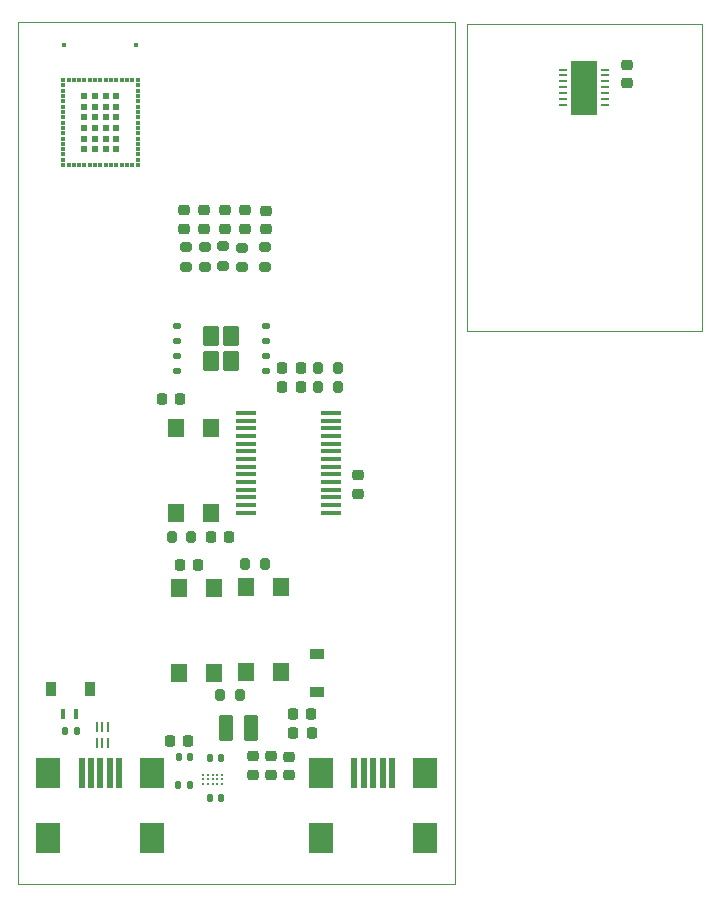
<source format=gbr>
%TF.GenerationSoftware,KiCad,Pcbnew,6.0.10-86aedd382b~118~ubuntu22.04.1*%
%TF.CreationDate,2023-02-06T10:04:37-03:00*%
%TF.ProjectId,MB_V2,4d425f56-322e-46b6-9963-61645f706362,1*%
%TF.SameCoordinates,Original*%
%TF.FileFunction,Paste,Top*%
%TF.FilePolarity,Positive*%
%FSLAX46Y46*%
G04 Gerber Fmt 4.6, Leading zero omitted, Abs format (unit mm)*
G04 Created by KiCad (PCBNEW 6.0.10-86aedd382b~118~ubuntu22.04.1) date 2023-02-06 10:04:37*
%MOMM*%
%LPD*%
G01*
G04 APERTURE LIST*
G04 Aperture macros list*
%AMRoundRect*
0 Rectangle with rounded corners*
0 $1 Rounding radius*
0 $2 $3 $4 $5 $6 $7 $8 $9 X,Y pos of 4 corners*
0 Add a 4 corners polygon primitive as box body*
4,1,4,$2,$3,$4,$5,$6,$7,$8,$9,$2,$3,0*
0 Add four circle primitives for the rounded corners*
1,1,$1+$1,$2,$3*
1,1,$1+$1,$4,$5*
1,1,$1+$1,$6,$7*
1,1,$1+$1,$8,$9*
0 Add four rect primitives between the rounded corners*
20,1,$1+$1,$2,$3,$4,$5,0*
20,1,$1+$1,$4,$5,$6,$7,0*
20,1,$1+$1,$6,$7,$8,$9,0*
20,1,$1+$1,$8,$9,$2,$3,0*%
G04 Aperture macros list end*
%TA.AperFunction,Profile*%
%ADD10C,0.100000*%
%TD*%
%ADD11R,1.400000X1.600000*%
%ADD12R,0.500000X2.500000*%
%ADD13R,2.000000X2.500000*%
%ADD14R,1.750000X0.450000*%
%ADD15RoundRect,0.218750X0.256250X-0.218750X0.256250X0.218750X-0.256250X0.218750X-0.256250X-0.218750X0*%
%ADD16RoundRect,0.140000X-0.140000X-0.170000X0.140000X-0.170000X0.140000X0.170000X-0.140000X0.170000X0*%
%ADD17RoundRect,0.225000X-0.250000X0.225000X-0.250000X-0.225000X0.250000X-0.225000X0.250000X0.225000X0*%
%ADD18RoundRect,0.200000X0.200000X0.275000X-0.200000X0.275000X-0.200000X-0.275000X0.200000X-0.275000X0*%
%ADD19RoundRect,0.200000X-0.275000X0.200000X-0.275000X-0.200000X0.275000X-0.200000X0.275000X0.200000X0*%
%ADD20RoundRect,0.140000X0.140000X0.170000X-0.140000X0.170000X-0.140000X-0.170000X0.140000X-0.170000X0*%
%ADD21RoundRect,0.225000X0.225000X0.250000X-0.225000X0.250000X-0.225000X-0.250000X0.225000X-0.250000X0*%
%ADD22R,0.900000X1.200000*%
%ADD23RoundRect,0.250000X-0.375000X-0.850000X0.375000X-0.850000X0.375000X0.850000X-0.375000X0.850000X0*%
%ADD24C,0.254000*%
%ADD25RoundRect,0.225000X-0.225000X-0.250000X0.225000X-0.250000X0.225000X0.250000X-0.225000X0.250000X0*%
%ADD26RoundRect,0.218750X0.218750X0.256250X-0.218750X0.256250X-0.218750X-0.256250X0.218750X-0.256250X0*%
%ADD27RoundRect,0.200000X-0.200000X-0.275000X0.200000X-0.275000X0.200000X0.275000X-0.200000X0.275000X0*%
%ADD28R,1.200000X0.900000*%
%ADD29R,0.254800X0.807999*%
%ADD30R,0.690000X0.280000*%
%ADD31R,2.273000X4.600000*%
%ADD32RoundRect,0.218750X-0.218750X-0.256250X0.218750X-0.256250X0.218750X0.256250X-0.218750X0.256250X0*%
%ADD33R,0.350012X0.350012*%
%ADD34R,0.350000X0.300000*%
%ADD35R,0.300000X0.350000*%
%ADD36R,0.599999X0.599999*%
%ADD37R,0.429997X0.429997*%
%ADD38R,0.406400X0.838200*%
%ADD39RoundRect,0.250000X0.435000X0.615000X-0.435000X0.615000X-0.435000X-0.615000X0.435000X-0.615000X0*%
%ADD40RoundRect,0.125000X0.200000X0.125000X-0.200000X0.125000X-0.200000X-0.125000X0.200000X-0.125000X0*%
G04 APERTURE END LIST*
D10*
X132000000Y-105200000D02*
X151900000Y-105200000D01*
X151900000Y-105200000D02*
X151900000Y-131200000D01*
X151900000Y-131200000D02*
X132000000Y-131200000D01*
X132000000Y-131200000D02*
X132000000Y-105200000D01*
X94000000Y-105000000D02*
X131000000Y-105000000D01*
X131000000Y-105000000D02*
X131000000Y-178000000D01*
X131000000Y-178000000D02*
X94000000Y-178000000D01*
X94000000Y-178000000D02*
X94000000Y-105000000D01*
D11*
%TO.C,SW3*%
X107380000Y-139430000D03*
X107380000Y-146630000D03*
X110380000Y-146630000D03*
X110380000Y-139430000D03*
%TD*%
D12*
%TO.C,J4*%
X99400000Y-168650000D03*
X100200000Y-168650000D03*
X101000000Y-168650000D03*
X101800000Y-168650000D03*
X102600000Y-168650000D03*
D13*
X96600000Y-174150000D03*
X105400000Y-168650000D03*
X105400000Y-174150000D03*
X96600000Y-168650000D03*
%TD*%
D14*
%TO.C,U3*%
X113320000Y-138135000D03*
X113320000Y-138785000D03*
X113320000Y-139435000D03*
X113320000Y-140085000D03*
X113320000Y-140735000D03*
X113320000Y-141385000D03*
X113320000Y-142035000D03*
X113320000Y-142685000D03*
X113320000Y-143335000D03*
X113320000Y-143985000D03*
X113320000Y-144635000D03*
X113320000Y-145285000D03*
X113320000Y-145935000D03*
X113320000Y-146585000D03*
X120520000Y-146585000D03*
X120520000Y-145935000D03*
X120520000Y-145285000D03*
X120520000Y-144635000D03*
X120520000Y-143985000D03*
X120520000Y-143335000D03*
X120520000Y-142685000D03*
X120520000Y-142035000D03*
X120520000Y-141385000D03*
X120520000Y-140735000D03*
X120520000Y-140085000D03*
X120520000Y-139435000D03*
X120520000Y-138785000D03*
X120520000Y-138135000D03*
%TD*%
D15*
%TO.C,D2*%
X108050000Y-122547500D03*
X108050000Y-120972500D03*
%TD*%
D16*
%TO.C,C6*%
X98020000Y-165050000D03*
X98980000Y-165050000D03*
%TD*%
D17*
%TO.C,C1*%
X145560000Y-108665000D03*
X145560000Y-110215000D03*
%TD*%
D18*
%TO.C,R9*%
X108685000Y-148610000D03*
X107035000Y-148610000D03*
%TD*%
D19*
%TO.C,R1*%
X109850000Y-124100000D03*
X109850000Y-125750000D03*
%TD*%
D20*
%TO.C,C12*%
X108600000Y-167260000D03*
X107640000Y-167260000D03*
%TD*%
D21*
%TO.C,C9*%
X108410000Y-165920000D03*
X106860000Y-165920000D03*
%TD*%
D22*
%TO.C,D8*%
X100150000Y-161500000D03*
X96850000Y-161500000D03*
%TD*%
D23*
%TO.C,L2*%
X111600000Y-164810000D03*
X113750000Y-164810000D03*
%TD*%
D16*
%TO.C,C11*%
X110260000Y-167350000D03*
X111220000Y-167350000D03*
%TD*%
D17*
%TO.C,C5*%
X122800000Y-143425000D03*
X122800000Y-144975000D03*
%TD*%
D20*
%TO.C,C10*%
X111230000Y-170730000D03*
X110270000Y-170730000D03*
%TD*%
D15*
%TO.C,D5*%
X113230000Y-122547500D03*
X113230000Y-120972500D03*
%TD*%
%TO.C,D1*%
X109790000Y-122537500D03*
X109790000Y-120962500D03*
%TD*%
D24*
%TO.C,U7*%
X109700000Y-168750000D03*
X110100000Y-168750000D03*
X110500000Y-168750000D03*
X110900000Y-168750000D03*
X111300000Y-168750000D03*
X109700000Y-169150000D03*
X110100000Y-169150000D03*
X110500000Y-169150000D03*
X110900000Y-169150000D03*
X111300000Y-169150000D03*
X109700000Y-169550000D03*
X110100000Y-169550000D03*
X110500000Y-169550000D03*
X110900000Y-169550000D03*
X111300000Y-169550000D03*
%TD*%
D20*
%TO.C,C13*%
X108550000Y-169600000D03*
X107590000Y-169600000D03*
%TD*%
D11*
%TO.C,SW1*%
X110650000Y-160125000D03*
X110650000Y-152925000D03*
X107650000Y-160125000D03*
X107650000Y-152925000D03*
%TD*%
D25*
%TO.C,C2*%
X107740000Y-151040000D03*
X109290000Y-151040000D03*
%TD*%
D18*
%TO.C,R8*%
X112790000Y-162020000D03*
X111140000Y-162020000D03*
%TD*%
D12*
%TO.C,J3*%
X122500000Y-168600000D03*
X123300000Y-168600000D03*
X124100000Y-168600000D03*
X124900000Y-168600000D03*
X125700000Y-168600000D03*
D13*
X119700000Y-168600000D03*
X128500000Y-174100000D03*
X119700000Y-174100000D03*
X128500000Y-168600000D03*
%TD*%
D26*
%TO.C,D10*%
X117960000Y-135940000D03*
X116385000Y-135940000D03*
%TD*%
D27*
%TO.C,R10*%
X113250000Y-150900000D03*
X114900000Y-150900000D03*
%TD*%
D19*
%TO.C,R5*%
X113030000Y-124140000D03*
X113030000Y-125790000D03*
%TD*%
D26*
%TO.C,D11*%
X117977500Y-134290000D03*
X116402500Y-134290000D03*
%TD*%
D28*
%TO.C,D9*%
X119300000Y-158500000D03*
X119300000Y-161800000D03*
%TD*%
D19*
%TO.C,R2*%
X108210000Y-124085000D03*
X108210000Y-125735000D03*
%TD*%
%TO.C,R4*%
X114960000Y-124095000D03*
X114960000Y-125745000D03*
%TD*%
D25*
%TO.C,C17*%
X117327500Y-165262500D03*
X118877500Y-165262500D03*
%TD*%
D27*
%TO.C,R6*%
X119465000Y-135920000D03*
X121115000Y-135920000D03*
%TD*%
%TO.C,R7*%
X119455000Y-134360000D03*
X121105000Y-134360000D03*
%TD*%
D19*
%TO.C,R3*%
X111420000Y-124015000D03*
X111420000Y-125665000D03*
%TD*%
D17*
%TO.C,C14*%
X117000000Y-167230000D03*
X117000000Y-168780000D03*
%TD*%
D15*
%TO.C,D4*%
X114980000Y-122587500D03*
X114980000Y-121012500D03*
%TD*%
D29*
%TO.C,U6*%
X101674999Y-164729300D03*
X101175000Y-164729300D03*
X100675001Y-164729300D03*
X100675001Y-166070700D03*
X101175000Y-166070700D03*
X101674999Y-166070700D03*
%TD*%
D11*
%TO.C,SW2*%
X116320000Y-152840000D03*
X116320000Y-160040000D03*
X113320000Y-152840000D03*
X113320000Y-160040000D03*
%TD*%
D25*
%TO.C,C18*%
X117312500Y-163602500D03*
X118862500Y-163602500D03*
%TD*%
D17*
%TO.C,C16*%
X113920000Y-167215000D03*
X113920000Y-168765000D03*
%TD*%
%TO.C,C15*%
X115440000Y-167215000D03*
X115440000Y-168765000D03*
%TD*%
D30*
%TO.C,U1*%
X140195000Y-109060000D03*
X140195000Y-109560000D03*
X140195000Y-110060000D03*
X140195000Y-110560000D03*
X140195000Y-111060000D03*
X140195000Y-111560000D03*
X140195000Y-112060000D03*
X143685000Y-112060000D03*
X143685000Y-111560000D03*
X143685000Y-111060000D03*
X143685000Y-110560000D03*
X143685000Y-110060000D03*
X143685000Y-109560000D03*
X143685000Y-109060000D03*
D31*
X141940000Y-110660000D03*
%TD*%
D32*
%TO.C,D12*%
X110322500Y-148620000D03*
X111897500Y-148620000D03*
%TD*%
D33*
%TO.C,U2*%
X97825000Y-109924999D03*
D34*
X97825000Y-110399999D03*
X97825000Y-110850000D03*
X97825000Y-111299999D03*
X97825000Y-111749999D03*
X97825000Y-112200000D03*
X97825000Y-112649999D03*
X97825000Y-113100001D03*
X97825000Y-113550000D03*
X97825000Y-113999999D03*
X97825000Y-114450001D03*
X97825000Y-114900000D03*
X97825000Y-115350001D03*
X97825000Y-115800001D03*
X97825000Y-116250000D03*
X97825000Y-116700001D03*
D33*
X97825000Y-117175002D03*
D35*
X98300000Y-117175002D03*
X98749999Y-117175002D03*
X99199999Y-117175002D03*
X99650000Y-117175002D03*
X100099999Y-117175002D03*
X100550001Y-117175002D03*
X101000000Y-117175002D03*
X101449999Y-117175002D03*
X101900001Y-117175002D03*
X102350000Y-117175002D03*
X102800001Y-117175002D03*
X103250001Y-117175002D03*
X103700000Y-117175002D03*
D33*
X104175000Y-117175002D03*
D34*
X104175000Y-116700001D03*
X104175000Y-116250000D03*
X104175000Y-115800001D03*
X104175000Y-115350001D03*
X104175000Y-114900000D03*
X104175000Y-114450001D03*
X104175000Y-113999999D03*
X104175000Y-113550000D03*
X104175000Y-113100001D03*
X104175000Y-112649999D03*
X104175000Y-112200000D03*
X104175000Y-111749999D03*
X104175000Y-111299999D03*
X104175000Y-110850000D03*
X104175000Y-110399999D03*
D33*
X104175000Y-109924999D03*
D35*
X103700000Y-109924998D03*
X103250001Y-109924998D03*
X102800001Y-109924998D03*
X102350000Y-109924998D03*
X101900001Y-109924998D03*
X101449999Y-109924998D03*
X101000000Y-109924998D03*
X100550001Y-109924998D03*
X100099999Y-109924998D03*
X99650000Y-109924998D03*
X99199999Y-109924998D03*
X98749999Y-109924998D03*
X98300000Y-109924998D03*
D36*
X99650000Y-111299999D03*
X99650000Y-112199999D03*
X99650000Y-113099999D03*
X99650000Y-113999999D03*
X99650000Y-114899999D03*
X99650000Y-115799999D03*
X100550000Y-115799999D03*
X101450000Y-115799999D03*
X102350000Y-115799999D03*
X102350000Y-114899999D03*
X102350000Y-113999999D03*
X102350000Y-113099999D03*
X102350000Y-112199999D03*
X102350000Y-111299999D03*
X101450000Y-111299999D03*
X100550000Y-111299999D03*
X100550000Y-112199999D03*
X100550000Y-113099999D03*
X100550000Y-113999999D03*
X100550000Y-114899999D03*
X101450000Y-114899999D03*
X101450000Y-113999999D03*
X101450000Y-113099999D03*
X101450000Y-112199999D03*
D37*
X97950000Y-106964999D03*
X104050000Y-106964999D03*
%TD*%
D38*
%TO.C,D6*%
X98900000Y-163600000D03*
X97858600Y-163600000D03*
%TD*%
D15*
%TO.C,D3*%
X111520000Y-122547500D03*
X111520000Y-120972500D03*
%TD*%
D25*
%TO.C,C4*%
X106175000Y-136930000D03*
X107725000Y-136930000D03*
%TD*%
D39*
%TO.C,U5*%
X110390000Y-133775000D03*
X112090000Y-131625000D03*
X112090000Y-133775000D03*
X110390000Y-131625000D03*
D40*
X114990000Y-134605000D03*
X114990000Y-133335000D03*
X114990000Y-132065000D03*
X114990000Y-130795000D03*
X107490000Y-130795000D03*
X107490000Y-132065000D03*
X107490000Y-133335000D03*
X107490000Y-134605000D03*
%TD*%
M02*

</source>
